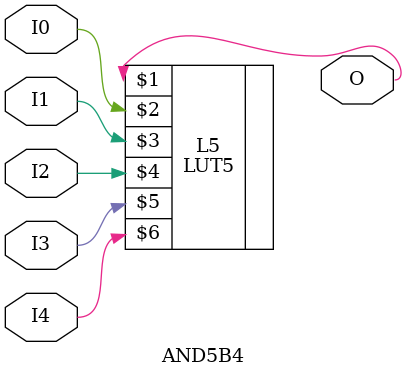
<source format=v>


`timescale  1 ps / 1 ps


module AND5B4 (O, I0, I1, I2, I3, I4);

    output O;

    input  I0, I1, I2, I3, I4;

    LUT5 #(.INIT(32'h00010000)) L5 (O, I0, I1, I2, I3, I4);

endmodule

</source>
